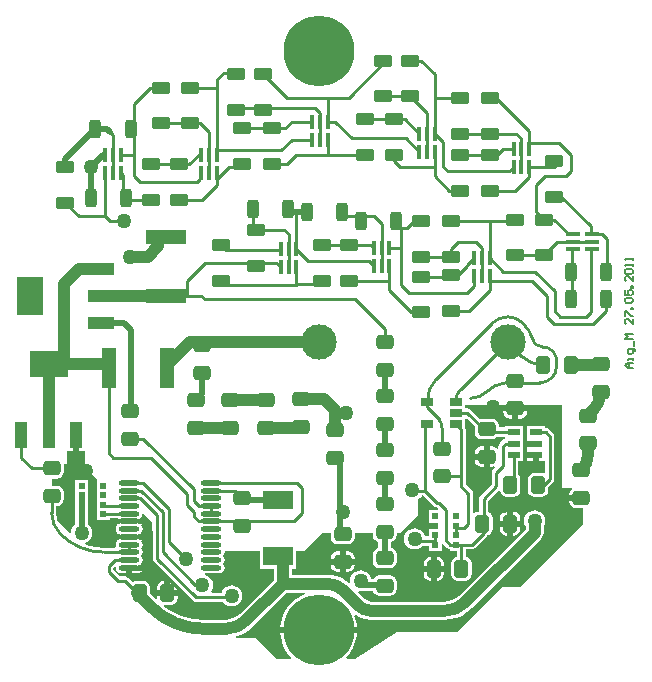
<source format=gtl>
%FSLAX25Y25*%
%MOIN*%
G70*
G01*
G75*
G04 Layer_Physical_Order=1*
G04 Layer_Color=255*
%ADD10C,0.01000*%
%ADD11C,0.04000*%
%ADD12C,0.02000*%
%ADD13R,0.08661X0.03937*%
%ADD14R,0.08661X0.12992*%
G04:AMPARAMS|DCode=15|XSize=62.99mil|YSize=39.37mil|CornerRadius=9.84mil|HoleSize=0mil|Usage=FLASHONLY|Rotation=0.000|XOffset=0mil|YOffset=0mil|HoleType=Round|Shape=RoundedRectangle|*
%AMROUNDEDRECTD15*
21,1,0.06299,0.01969,0,0,0.0*
21,1,0.04331,0.03937,0,0,0.0*
1,1,0.01969,0.02165,-0.00984*
1,1,0.01969,-0.02165,-0.00984*
1,1,0.01969,-0.02165,0.00984*
1,1,0.01969,0.02165,0.00984*
%
%ADD15ROUNDEDRECTD15*%
G04:AMPARAMS|DCode=16|XSize=62.99mil|YSize=39.37mil|CornerRadius=9.84mil|HoleSize=0mil|Usage=FLASHONLY|Rotation=90.000|XOffset=0mil|YOffset=0mil|HoleType=Round|Shape=RoundedRectangle|*
%AMROUNDEDRECTD16*
21,1,0.06299,0.01969,0,0,90.0*
21,1,0.04331,0.03937,0,0,90.0*
1,1,0.01969,0.00984,0.02165*
1,1,0.01969,0.00984,-0.02165*
1,1,0.01969,-0.00984,-0.02165*
1,1,0.01969,-0.00984,0.02165*
%
%ADD16ROUNDEDRECTD16*%
%ADD17R,0.01378X0.04921*%
G04:AMPARAMS|DCode=18|XSize=47.24mil|YSize=59.06mil|CornerRadius=11.81mil|HoleSize=0mil|Usage=FLASHONLY|Rotation=0.000|XOffset=0mil|YOffset=0mil|HoleType=Round|Shape=RoundedRectangle|*
%AMROUNDEDRECTD18*
21,1,0.04724,0.03543,0,0,0.0*
21,1,0.02362,0.05906,0,0,0.0*
1,1,0.02362,0.01181,-0.01772*
1,1,0.02362,-0.01181,-0.01772*
1,1,0.02362,-0.01181,0.01772*
1,1,0.02362,0.01181,0.01772*
%
%ADD18ROUNDEDRECTD18*%
G04:AMPARAMS|DCode=19|XSize=47.24mil|YSize=59.06mil|CornerRadius=11.81mil|HoleSize=0mil|Usage=FLASHONLY|Rotation=270.000|XOffset=0mil|YOffset=0mil|HoleType=Round|Shape=RoundedRectangle|*
%AMROUNDEDRECTD19*
21,1,0.04724,0.03543,0,0,270.0*
21,1,0.02362,0.05906,0,0,270.0*
1,1,0.02362,-0.01772,-0.01181*
1,1,0.02362,-0.01772,0.01181*
1,1,0.02362,0.01772,0.01181*
1,1,0.02362,0.01772,-0.01181*
%
%ADD19ROUNDEDRECTD19*%
%ADD20O,0.06890X0.01772*%
%ADD21R,0.02362X0.01969*%
%ADD22R,0.04921X0.01378*%
%ADD23R,0.13780X0.04724*%
%ADD24R,0.04331X0.02559*%
%ADD25R,0.03937X0.08661*%
%ADD26R,0.12992X0.08661*%
%ADD27R,0.10236X0.06102*%
%ADD28R,0.04724X0.13780*%
%ADD29R,0.03937X0.01969*%
%ADD30C,0.11811*%
%ADD31C,0.00800*%
%ADD32C,0.23622*%
%ADD33C,0.05000*%
G36*
X336004Y186439D02*
Y184425D01*
X336174Y183574D01*
X336656Y182853D01*
X337377Y182371D01*
X338228Y182201D01*
X341772D01*
X342623Y182371D01*
X343344Y182853D01*
X343505Y183093D01*
X346100D01*
Y182474D01*
Y182204D01*
X345733Y182131D01*
X345237Y181799D01*
X344319Y180881D01*
X343987Y180385D01*
X343871Y179800D01*
Y179221D01*
X343392Y179076D01*
X343344Y179147D01*
X342623Y179629D01*
X341772Y179799D01*
X341000D01*
Y176394D01*
Y172989D01*
X341772D01*
X342493Y173132D01*
X342728Y172691D01*
X342219Y172181D01*
X341887Y171685D01*
X341771Y171100D01*
Y167234D01*
X337919Y163381D01*
X337587Y162885D01*
X337471Y162300D01*
Y158096D01*
X337413D01*
X336562Y157926D01*
X335870Y157464D01*
X335429Y157700D01*
Y164100D01*
X335313Y164685D01*
X334981Y165181D01*
X333029Y167133D01*
Y169600D01*
X333029Y169600D01*
X333029Y169600D01*
Y169600D01*
Y185484D01*
X332913Y186070D01*
X332890Y186104D01*
Y188721D01*
Y188900D01*
X333352Y189092D01*
X336004Y186439D01*
D02*
G37*
G36*
X204055Y178358D02*
X206000D01*
Y173000D01*
X210000Y169000D01*
Y169000D01*
D01*
Y168740D01*
X209968Y168709D01*
X209968D01*
Y164740D01*
Y161591D01*
Y158441D01*
Y155291D01*
X214331D01*
Y155809D01*
X216148D01*
X216172Y155780D01*
X217198D01*
X217524Y155562D01*
X218260Y155416D01*
X223378D01*
X224114Y155562D01*
X224439Y155780D01*
X224978D01*
X224791Y156059D01*
X225154Y156603D01*
X225257Y157119D01*
X225736Y157264D01*
X228571Y154429D01*
Y142400D01*
X228571Y142400D01*
X228571D01*
X228687Y141815D01*
X229019Y141319D01*
X234880Y135457D01*
X234688Y134995D01*
X234606D01*
Y132000D01*
X237011D01*
Y132673D01*
X237473Y132864D01*
X241919Y128419D01*
X242415Y128087D01*
X242512Y128068D01*
X243000Y127971D01*
X252146D01*
X252504Y127504D01*
X253235Y126943D01*
X254086Y126590D01*
X255000Y126470D01*
X255914Y126590D01*
X256765Y126943D01*
X257496Y127504D01*
X258057Y128235D01*
X258410Y129086D01*
X258530Y130000D01*
X258410Y130914D01*
X258057Y131765D01*
X257496Y132496D01*
X256765Y133057D01*
X255914Y133410D01*
X255000Y133530D01*
X254086Y133410D01*
X253235Y133057D01*
X252504Y132496D01*
X251943Y131765D01*
X251638Y131029D01*
X248304D01*
X248083Y131478D01*
X248357Y131835D01*
X248710Y132686D01*
X248830Y133600D01*
X248710Y134514D01*
X248357Y135365D01*
X247796Y136096D01*
X247065Y136657D01*
X246214Y137010D01*
X246279Y137502D01*
X250740D01*
X251476Y137649D01*
X252100Y138066D01*
X252517Y138689D01*
X252663Y139425D01*
X252517Y140161D01*
X252153Y140705D01*
X252517Y141248D01*
X252663Y141984D01*
X252517Y142720D01*
X252153Y143264D01*
X252517Y143807D01*
X252663Y144543D01*
X252649Y144614D01*
X252966Y145000D01*
X264382D01*
Y139098D01*
X268974D01*
Y135253D01*
X257689Y123968D01*
X257689Y123968D01*
X257689Y123968D01*
X257668Y123941D01*
X256688Y123137D01*
X255541Y122523D01*
X254295Y122146D01*
X253034Y122021D01*
X253000Y122026D01*
X245845D01*
X245845Y122026D01*
Y122026D01*
X245726Y122010D01*
X242944Y122193D01*
X240277Y122723D01*
X240000Y123000D01*
X239384D01*
X237338Y123695D01*
X234730Y124981D01*
X232628Y126385D01*
X232563Y126881D01*
X232671Y127005D01*
X234787D01*
X235638Y127174D01*
X236360Y127656D01*
X236842Y128377D01*
X237011Y129228D01*
Y130000D01*
X230201D01*
Y129228D01*
X230221Y129128D01*
X229780Y128893D01*
X227799Y130874D01*
Y132772D01*
X227629Y133623D01*
X227147Y134344D01*
X226426Y134826D01*
X225575Y134995D01*
X223213D01*
X222362Y134826D01*
X221983Y134573D01*
X220475Y136081D01*
X219979Y136413D01*
X219394Y136529D01*
X217634D01*
X215529Y138634D01*
Y139366D01*
X215914Y139751D01*
X216355Y139515D01*
X216337Y139425D01*
X216483Y138689D01*
X216900Y138066D01*
X217524Y137649D01*
X218260Y137502D01*
X219819D01*
Y139425D01*
X220819D01*
Y140061D01*
X223378D01*
X224114Y140208D01*
X224439Y140425D01*
X224978D01*
X224791Y140705D01*
X225154Y141248D01*
X225301Y141984D01*
X225154Y142720D01*
X224791Y143264D01*
X225154Y143807D01*
X225301Y144543D01*
X225154Y145279D01*
X224791Y145823D01*
X225154Y146367D01*
X225301Y147102D01*
X225154Y147838D01*
X224791Y148382D01*
X224978Y148661D01*
X224439D01*
X224114Y148879D01*
X223378Y149025D01*
X218260D01*
X217524Y148879D01*
X217198Y148661D01*
X216660D01*
X216847Y148382D01*
X216483Y147838D01*
X216337Y147102D01*
X216465Y146459D01*
X216148Y146073D01*
X212481D01*
X212405Y146057D01*
X209992Y146216D01*
X207545Y146702D01*
X206143Y147178D01*
X206126Y147678D01*
X206765Y147943D01*
X207496Y148504D01*
X208057Y149235D01*
X208410Y150086D01*
X208530Y151000D01*
X208410Y151914D01*
X208057Y152765D01*
X207496Y153496D01*
X207039Y153847D01*
Y155291D01*
X207244D01*
Y158441D01*
Y161591D01*
Y164740D01*
Y168709D01*
X202882D01*
Y164740D01*
Y161591D01*
Y158441D01*
Y155291D01*
X202961D01*
Y153847D01*
X202504Y153496D01*
X201943Y152765D01*
X201590Y151914D01*
X201489Y151145D01*
X201015Y150985D01*
X196959Y155041D01*
X196672Y155986D01*
X196516Y157574D01*
X196529Y157642D01*
Y159889D01*
X196772D01*
X197623Y160058D01*
X198344Y160540D01*
X198826Y161262D01*
X198995Y162113D01*
Y164475D01*
X198826Y165326D01*
X198344Y166047D01*
X197623Y166529D01*
X196772Y166699D01*
X195000D01*
Y169101D01*
X196772D01*
X197623Y169271D01*
X198344Y169753D01*
X198826Y170474D01*
X198995Y171325D01*
Y173687D01*
X199252Y174000D01*
X200000D01*
Y178358D01*
X200087D01*
Y178358D01*
X202055D01*
Y183689D01*
X204055D01*
Y178358D01*
D02*
G37*
G36*
X365000Y166000D02*
X368372D01*
X368517Y165522D01*
X368256Y165347D01*
X367774Y164626D01*
X367604Y163775D01*
Y163594D01*
X371600D01*
Y161594D01*
X367604D01*
Y161413D01*
X367774Y160562D01*
X368256Y159840D01*
X368977Y159358D01*
X369828Y159189D01*
X372000D01*
Y154000D01*
X351000Y133000D01*
X345000D01*
X330000Y118000D01*
X310000D01*
X296000Y109000D01*
X293331D01*
X293122Y109454D01*
X294396Y110947D01*
X295450Y112666D01*
X296222Y114529D01*
X296692Y116490D01*
X296772Y117500D01*
X271228D01*
X271308Y116490D01*
X271778Y114529D01*
X272550Y112666D01*
X273604Y110947D01*
X274878Y109454D01*
X274669Y109000D01*
X270000D01*
X263000Y116000D01*
X256625D01*
X256566Y116497D01*
X256923Y116582D01*
X258764Y117345D01*
X260462Y118386D01*
X261977Y119679D01*
X261968Y119689D01*
X261968Y119689D01*
X273253Y130974D01*
X279357D01*
X279454Y130484D01*
X278166Y129950D01*
X276447Y128896D01*
X274913Y127587D01*
X273604Y126053D01*
X272550Y124334D01*
X271778Y122471D01*
X271308Y120510D01*
X271228Y119500D01*
X296772D01*
X296692Y120510D01*
X296222Y122471D01*
X295851Y123365D01*
X296253Y123663D01*
X296425Y123522D01*
X298032Y122663D01*
X299776Y122134D01*
X301590Y121955D01*
Y121974D01*
X325858D01*
Y121960D01*
X327898Y122120D01*
X329888Y122598D01*
X331778Y123381D01*
X333523Y124450D01*
X335079Y125779D01*
X335069Y125789D01*
X358140Y148860D01*
X358621Y149487D01*
X358923Y150217D01*
X359026Y151000D01*
Y153194D01*
X359057Y153235D01*
X359410Y154086D01*
X359530Y155000D01*
X359410Y155914D01*
X359057Y156765D01*
X358496Y157496D01*
X357765Y158057D01*
X356914Y158410D01*
X356000Y158530D01*
X355086Y158410D01*
X354235Y158057D01*
X353504Y157496D01*
X352943Y156765D01*
X352590Y155914D01*
X352470Y155000D01*
X352590Y154086D01*
X352943Y153235D01*
X352974Y153194D01*
Y152253D01*
X330789Y130069D01*
X330764Y130035D01*
X329738Y129193D01*
X328530Y128548D01*
X327220Y128151D01*
X325899Y128020D01*
X325858Y128026D01*
X301590D01*
X301576Y128024D01*
X300754Y128132D01*
X299975Y128455D01*
X299317Y128960D01*
X299308Y128971D01*
X297179Y131100D01*
X297400Y131549D01*
X298000Y131470D01*
X298914Y131590D01*
X299053Y131648D01*
X299378Y131583D01*
X299378Y131583D01*
X302130D01*
X302174Y131362D01*
X302656Y130640D01*
X303377Y130158D01*
X304228Y129989D01*
X307772D01*
X308623Y130158D01*
X309344Y130640D01*
X309826Y131362D01*
X309996Y132213D01*
Y134575D01*
X309826Y135426D01*
X309344Y136147D01*
X308623Y136629D01*
X307772Y136799D01*
X304228D01*
X303377Y136629D01*
X302656Y136147D01*
X302331Y135661D01*
X301443D01*
X301410Y135914D01*
X301057Y136765D01*
X300496Y137496D01*
X299765Y138057D01*
X298914Y138410D01*
X298000Y138530D01*
X297086Y138410D01*
X296235Y138057D01*
X295504Y137496D01*
X294943Y136765D01*
X294590Y135914D01*
X294470Y135000D01*
X294551Y134386D01*
X294111Y134148D01*
X293068Y135039D01*
X291671Y135895D01*
X290158Y136521D01*
X288565Y136904D01*
X286933Y137032D01*
Y137026D01*
X275026D01*
Y139098D01*
X276618D01*
Y145000D01*
X279000D01*
X285000Y151000D01*
X288004D01*
Y149425D01*
X288174Y148574D01*
X288656Y147853D01*
X289377Y147371D01*
X290228Y147201D01*
X293772D01*
X294623Y147371D01*
X295344Y147853D01*
X295826Y148574D01*
X295995Y149425D01*
Y151000D01*
X302005D01*
Y150213D01*
X302174Y149362D01*
X302656Y148640D01*
X303377Y148158D01*
X303961Y148042D01*
Y145958D01*
X303377Y145842D01*
X302656Y145360D01*
X302174Y144638D01*
X302005Y143787D01*
Y141425D01*
X302174Y140574D01*
X302656Y139853D01*
X303377Y139371D01*
X304228Y139201D01*
X307772D01*
X308623Y139371D01*
X309344Y139853D01*
X309826Y140574D01*
X309996Y141425D01*
Y143787D01*
X309826Y144638D01*
X309344Y145360D01*
X308623Y145842D01*
X308039Y145958D01*
Y148042D01*
X308623Y148158D01*
X309344Y148640D01*
X309826Y149362D01*
X309996Y150213D01*
Y151000D01*
X311000D01*
X317000Y157000D01*
Y162116D01*
X317065Y162143D01*
X317796Y162704D01*
X318357Y163435D01*
X318372Y163471D01*
X318866D01*
X322419Y159919D01*
X322915Y159587D01*
X323012Y159568D01*
X323333Y159504D01*
X323867Y158971D01*
X323675Y158509D01*
X320669D01*
Y154540D01*
Y154375D01*
X322850D01*
Y152375D01*
X320669D01*
Y151391D01*
Y149805D01*
X319424D01*
X319410Y149914D01*
X319057Y150765D01*
X318496Y151496D01*
X317765Y152057D01*
X316914Y152410D01*
X316000Y152530D01*
X315086Y152410D01*
X314235Y152057D01*
X313504Y151496D01*
X312943Y150765D01*
X312590Y149914D01*
X312470Y149000D01*
X312590Y148086D01*
X312943Y147235D01*
X313504Y146504D01*
X314235Y145943D01*
X315086Y145590D01*
X316000Y145470D01*
X316914Y145590D01*
X317765Y145943D01*
X318496Y146504D01*
X318682Y146746D01*
X320669D01*
Y145091D01*
X325031D01*
Y147152D01*
X325493Y147344D01*
X326843Y145994D01*
X327339Y145663D01*
X327756Y145580D01*
Y145091D01*
X330077D01*
Y142926D01*
X329574Y142826D01*
X328853Y142344D01*
X328371Y141623D01*
X328201Y140772D01*
Y137228D01*
X328371Y136377D01*
X328853Y135656D01*
X329574Y135174D01*
X330425Y135004D01*
X332787D01*
X333638Y135174D01*
X334360Y135656D01*
X334842Y136377D01*
X335011Y137228D01*
Y140772D01*
X334842Y141623D01*
X334360Y142344D01*
X333638Y142826D01*
X333136Y142926D01*
Y145546D01*
X334976D01*
X335561Y145663D01*
X336057Y145994D01*
X340081Y150019D01*
X340195Y150188D01*
X340626Y150274D01*
X341347Y150756D01*
X341829Y151477D01*
X341999Y152328D01*
Y155872D01*
X341829Y156723D01*
X341347Y157444D01*
X340626Y157926D01*
X340529Y157945D01*
Y161667D01*
X344048Y165185D01*
X344526Y165040D01*
X344658Y164377D01*
X345140Y163656D01*
X345862Y163174D01*
X346713Y163005D01*
X349075D01*
X349926Y163174D01*
X350647Y163656D01*
X351129Y164377D01*
X351299Y165228D01*
Y168772D01*
X351129Y169623D01*
X350647Y170344D01*
X350598Y170377D01*
Y174994D01*
X352037D01*
Y178734D01*
Y182474D01*
Y186442D01*
X346100D01*
Y186151D01*
X343995D01*
Y186787D01*
X343826Y187638D01*
X343344Y188360D01*
X342623Y188842D01*
X341772Y189011D01*
X338228D01*
X337836Y188933D01*
X334688Y192081D01*
X334192Y192413D01*
X333606Y192529D01*
X332890D01*
Y193600D01*
X345604D01*
Y193494D01*
X353595D01*
Y193600D01*
X365000D01*
Y166000D01*
D02*
G37*
%LPC*%
G36*
X321394Y142996D02*
X321213D01*
X320362Y142826D01*
X319640Y142344D01*
X319158Y141623D01*
X318989Y140772D01*
Y140000D01*
X321394D01*
Y142996D01*
D02*
G37*
G36*
X295995Y140394D02*
X293000D01*
Y137989D01*
X293772D01*
X294623Y138158D01*
X295344Y138640D01*
X295826Y139362D01*
X295995Y140213D01*
Y140394D01*
D02*
G37*
G36*
X291000Y144799D02*
X290228D01*
X289377Y144629D01*
X288656Y144147D01*
X288174Y143426D01*
X288004Y142575D01*
Y142394D01*
X291000D01*
Y144799D01*
D02*
G37*
G36*
X293772D02*
X293000D01*
Y142394D01*
X295995D01*
Y142575D01*
X295826Y143426D01*
X295344Y144147D01*
X294623Y144629D01*
X293772Y144799D01*
D02*
G37*
G36*
X323575Y142996D02*
X323394D01*
Y140000D01*
X325799D01*
Y140772D01*
X325629Y141623D01*
X325147Y142344D01*
X324426Y142826D01*
X323575Y142996D01*
D02*
G37*
G36*
X321394Y138000D02*
X318989D01*
Y137228D01*
X319158Y136377D01*
X319640Y135656D01*
X320362Y135174D01*
X321213Y135004D01*
X321394D01*
Y138000D01*
D02*
G37*
G36*
X232606Y134995D02*
X232425D01*
X231574Y134826D01*
X230853Y134344D01*
X230371Y133623D01*
X230201Y132772D01*
Y132000D01*
X232606D01*
Y134995D01*
D02*
G37*
G36*
X325799Y138000D02*
X323394D01*
Y135004D01*
X323575D01*
X324426Y135174D01*
X325147Y135656D01*
X325629Y136377D01*
X325799Y137228D01*
Y138000D01*
D02*
G37*
G36*
X291000Y140394D02*
X288004D01*
Y140213D01*
X288174Y139362D01*
X288656Y138640D01*
X289377Y138158D01*
X290228Y137989D01*
X291000D01*
Y140394D01*
D02*
G37*
G36*
X224978Y138425D02*
X221819D01*
Y137502D01*
X223378D01*
X224114Y137649D01*
X224738Y138066D01*
X224978Y138425D01*
D02*
G37*
G36*
X355549Y175978D02*
X353581D01*
Y174994D01*
X355549D01*
Y175978D01*
D02*
G37*
G36*
X339000Y175394D02*
X336004D01*
Y175213D01*
X336174Y174362D01*
X336656Y173640D01*
X337377Y173158D01*
X338228Y172989D01*
X339000D01*
Y175394D01*
D02*
G37*
G36*
Y179799D02*
X338228D01*
X337377Y179629D01*
X336656Y179147D01*
X336174Y178426D01*
X336004Y177575D01*
Y177394D01*
X339000D01*
Y179799D01*
D02*
G37*
G36*
X353595Y191494D02*
X350600D01*
Y189089D01*
X351372D01*
X352223Y189258D01*
X352944Y189740D01*
X353426Y190462D01*
X353595Y191313D01*
Y191494D01*
D02*
G37*
G36*
X348600D02*
X345604D01*
Y191313D01*
X345774Y190462D01*
X346256Y189740D01*
X346977Y189258D01*
X347828Y189089D01*
X348600D01*
Y191494D01*
D02*
G37*
G36*
X359518Y186443D02*
X353581D01*
Y182474D01*
Y181718D01*
X356549D01*
Y179718D01*
X353581D01*
Y178734D01*
Y177978D01*
X356549D01*
Y176978D01*
X357549D01*
Y174994D01*
X359471D01*
Y171154D01*
X359084Y170837D01*
X358287Y170995D01*
X355925D01*
X355074Y170826D01*
X354353Y170344D01*
X353871Y169623D01*
X353701Y168772D01*
Y165228D01*
X353871Y164377D01*
X354353Y163656D01*
X355074Y163174D01*
X355925Y163005D01*
X358287D01*
X359138Y163174D01*
X359860Y163656D01*
X360342Y164377D01*
X360511Y165228D01*
Y166348D01*
X362081Y167919D01*
X362413Y168415D01*
X362529Y169000D01*
Y183100D01*
X362413Y183685D01*
X362081Y184181D01*
X360723Y185540D01*
X360227Y185872D01*
X359641Y185988D01*
X359518D01*
Y186443D01*
D02*
G37*
G36*
X351211Y153100D02*
X348806D01*
Y150104D01*
X348987D01*
X349838Y150274D01*
X350560Y150756D01*
X351042Y151477D01*
X351211Y152328D01*
Y153100D01*
D02*
G37*
G36*
X346806D02*
X344401D01*
Y152328D01*
X344571Y151477D01*
X345053Y150756D01*
X345774Y150274D01*
X346625Y150104D01*
X346806D01*
Y153100D01*
D02*
G37*
G36*
X223378Y154143D02*
X218260D01*
X217524Y153997D01*
X217198Y153779D01*
X216660D01*
X216847Y153500D01*
X216483Y152956D01*
X216337Y152220D01*
X216483Y151485D01*
X216847Y150941D01*
X216660Y150661D01*
X217198D01*
X217524Y150444D01*
X218260Y150297D01*
X223378D01*
X224114Y150444D01*
X224439Y150661D01*
X224978D01*
X224791Y150941D01*
X225154Y151485D01*
X225301Y152220D01*
X225154Y152956D01*
X224791Y153500D01*
X224978Y153779D01*
X224439D01*
X224114Y153997D01*
X223378Y154143D01*
D02*
G37*
G36*
X348987Y158096D02*
X348806D01*
Y155100D01*
X351211D01*
Y155872D01*
X351042Y156723D01*
X350560Y157444D01*
X349838Y157926D01*
X348987Y158096D01*
D02*
G37*
G36*
X346806D02*
X346625D01*
X345774Y157926D01*
X345053Y157444D01*
X344571Y156723D01*
X344401Y155872D01*
Y155100D01*
X346806D01*
Y158096D01*
D02*
G37*
%LPD*%
D10*
X331500Y169600D02*
G03*
X331032Y169794I-468J-468D01*
G01*
X325300Y184972D02*
G03*
X323200Y190041I-7170J0D01*
G01*
X362378Y211322D02*
G03*
X358327Y213000I-4051J-4051D01*
G01*
X356062Y213938D02*
G03*
X358327Y213000I2265J2265D01*
G01*
X363200Y209338D02*
G03*
X362378Y211322I-2806J0D01*
G01*
X355509Y215272D02*
G03*
X352121Y220879I-13059J-4064D01*
G01*
X352121Y220879D02*
G03*
X347000Y223000I-5121J-5121D01*
G01*
X355509Y215272D02*
G03*
X356062Y213938I1886J0D01*
G01*
X357696Y201000D02*
G03*
X361800Y202700I0J5804D01*
G01*
X347142Y201000D02*
G03*
X346019Y200937I0J-10000D01*
G01*
X347000Y223000D02*
G03*
X341879Y220879I0J-7243D01*
G01*
X346019Y200937D02*
G03*
X340071Y198071I1124J-9937D01*
G01*
X334830Y195900D02*
G03*
X340071Y198071I0J7412D01*
G01*
X323204Y202204D02*
G03*
X320276Y195133I7071J-7071D01*
G01*
X361800Y202700D02*
G03*
X363200Y206080I-3380J3380D01*
G01*
X351563Y209929D02*
G03*
X358634Y207000I7071J7071D01*
G01*
X331487Y198995D02*
G03*
X329724Y194740I4254J-4254D01*
G01*
X310405Y252594D02*
G03*
X310500Y252500I94J0D01*
G01*
X197929Y150571D02*
G03*
X212481Y144543I14552J14552D01*
G01*
X195000Y157642D02*
G03*
X197929Y150571I10000J0D01*
G01*
X228000Y141672D02*
X244672Y125000D01*
X339000Y151100D02*
Y162300D01*
X343300Y171100D02*
X345400Y173200D01*
X343300Y166600D02*
Y171100D01*
X339000Y162300D02*
X343300Y166600D01*
X345400Y179800D02*
X346318Y180718D01*
X345400Y173200D02*
Y179800D01*
X349068Y168175D02*
Y176978D01*
X347894Y167000D02*
X349068Y168175D01*
X331500Y169600D02*
Y185484D01*
Y166500D02*
Y169600D01*
X325300Y169794D02*
X331032D01*
X319500Y165000D02*
X323500Y161000D01*
X324000D01*
X315500Y165000D02*
X319500D01*
Y186484D01*
X320276Y187260D01*
Y192966D02*
X323200Y190041D01*
X324000Y189242D01*
X325300Y179006D02*
Y184972D01*
X329937Y152575D02*
X332575D01*
X331500Y166500D02*
X333900Y164100D01*
Y153900D02*
Y164100D01*
X332575Y152575D02*
X333900Y153900D01*
X329724Y187260D02*
X331500Y185484D01*
X363200Y206080D02*
Y209338D01*
X347142Y201000D02*
X357696D01*
X323204Y202204D02*
X341879Y220879D01*
X334400Y195900D02*
X334830D01*
X320276Y194740D02*
Y195133D01*
X315300Y165200D02*
X315500Y165000D01*
X333606Y191000D02*
X340000Y184606D01*
X341000Y235000D02*
X355000D01*
X368567Y228000D02*
Y245441D01*
X346992Y214500D02*
X351563Y209929D01*
X331487Y198995D02*
X346992Y214500D01*
X326500Y148500D02*
X327924Y147076D01*
X329937D01*
X334976D01*
X339000Y151100D01*
X346318Y180718D02*
X349068D01*
X349069Y180718D01*
X356549Y184459D02*
X359641D01*
X361000Y183100D01*
Y169000D02*
Y183100D01*
X246000Y241000D02*
X269890D01*
X240000Y230000D02*
Y235000D01*
X248181Y154780D02*
X275780D01*
X218847Y261000D02*
Y270161D01*
X244441Y268941D02*
Y270949D01*
X222500Y277000D02*
Y294000D01*
X252406Y304405D02*
X256500D01*
X250118Y276500D02*
Y278500D01*
X256500Y292595D02*
X282906D01*
X299000Y277095D02*
X299500Y277594D01*
X293595Y235000D02*
X307559D01*
X310500Y252500D02*
X311500D01*
X291406Y256500D02*
X302500D01*
X362492Y272898D02*
X363500Y273905D01*
X354118Y281000D02*
X364000D01*
X374669Y224669D02*
Y245441D01*
Y250559D02*
Y253331D01*
X380000Y236000D02*
Y249000D01*
X329937Y150225D02*
Y152575D01*
X322850Y147076D02*
Y148000D01*
X212481Y144543D02*
X220819D01*
X188394Y172606D02*
X195000D01*
X318000Y236405D02*
X329906D01*
X314405Y296595D02*
X320169Y290831D01*
X250000Y269000D02*
X254000Y273000D01*
X256091Y165016D02*
X258500Y162606D01*
X248181Y165016D02*
X256091D01*
X375600Y220600D02*
X379906Y224905D01*
X362400Y220600D02*
X375600D01*
X360000Y223000D02*
X362400Y220600D01*
X362700Y224900D02*
Y231600D01*
X356300Y238000D02*
X362700Y231600D01*
X345602Y238000D02*
X356300D01*
X362700Y224900D02*
X364600Y223000D01*
X373000D01*
X195000Y163294D02*
Y163394D01*
Y157642D02*
Y163294D01*
X220819Y144543D02*
Y147102D01*
X225625Y167575D02*
X234200Y159000D01*
Y148000D02*
Y159000D01*
Y148000D02*
X239900Y142300D01*
X224884Y165016D02*
X232100Y157800D01*
Y144443D02*
Y157800D01*
Y144443D02*
X242943Y133600D01*
X224543Y162457D02*
X230100Y156900D01*
Y142400D02*
Y156900D01*
Y142400D02*
X243000Y129500D01*
X220819Y162457D02*
X224543D01*
X242943Y133600D02*
X245300D01*
X379906Y224905D02*
Y229000D01*
X364906Y263094D02*
X374669Y253331D01*
X362500Y263094D02*
X364906D01*
X212150Y160425D02*
X212677Y159898D01*
X220819D01*
X212150Y157276D02*
X212213Y157339D01*
X220819D01*
X240000Y235000D02*
X246000Y241000D01*
X230500Y230000D02*
X232000D01*
X220819Y139425D02*
X224181D01*
X215984Y141984D02*
X220819D01*
X214000Y140000D02*
X215984Y141984D01*
X214000Y138000D02*
Y140000D01*
Y138000D02*
X217000Y135000D01*
X219394D01*
X223394Y131000D01*
X311449Y246051D02*
X311500Y246000D01*
X307559Y246051D02*
X311449D01*
X311500Y246000D02*
Y252500D01*
Y233500D02*
Y246000D01*
X305000Y239949D02*
Y246051D01*
X280610Y241500D02*
X300890D01*
X302441Y239949D01*
X305000Y246051D02*
Y254000D01*
X302500Y256500D02*
X305000Y254000D01*
X294000Y246905D02*
X301587D01*
X285000D02*
X294000D01*
X301587D02*
X302441Y246051D01*
X277000Y234095D02*
X284500D01*
X331606Y139000D02*
Y146363D01*
X322575Y148276D02*
X322850Y148000D01*
X316724Y148276D02*
X322575D01*
X322850Y148000D02*
Y149425D01*
X228000Y141672D02*
Y149500D01*
X243000Y129500D02*
X254500D01*
X255000Y130000D01*
X316000Y149000D02*
X316724Y148276D01*
X306000Y214606D02*
Y219000D01*
Y213606D02*
Y214606D01*
X296220Y228780D02*
X306000Y219000D01*
X251500Y246905D02*
X253095Y245311D01*
X271201D01*
X271441Y245551D01*
X184945Y176055D02*
Y183689D01*
Y176055D02*
X188394Y172606D01*
X214000Y177500D02*
Y206000D01*
X205063Y160425D02*
Y163575D01*
Y157276D02*
Y160425D01*
X314500Y308405D02*
X318094D01*
X314094D02*
X314500D01*
X268500Y274095D02*
X273500D01*
X267500D02*
X268500D01*
Y285906D02*
X272905D01*
X258500D02*
X268500D01*
X257500D02*
X258500D01*
X228000Y149500D02*
Y151500D01*
X227839Y149661D02*
X228000Y149500D01*
X220819Y149661D02*
X227839D01*
X224721Y154780D02*
X228000Y151500D01*
X220819Y154780D02*
X224721D01*
X214500Y284500D02*
X215500Y283500D01*
Y277051D02*
Y283500D01*
X265500Y303906D02*
X265595D01*
X338441Y236500D02*
Y242602D01*
X341000Y254906D02*
X349000D01*
X341000Y242602D02*
Y254906D01*
X328000D02*
X341000D01*
X318000Y243094D02*
X328000D01*
X333500Y240220D02*
X335882Y242602D01*
X333500Y240000D02*
Y240220D01*
X329906Y236405D02*
X333500Y240000D01*
X349000Y254906D02*
X349500Y255405D01*
Y243595D02*
X359000D01*
X359500Y270000D02*
X366500D01*
X356500Y267000D02*
X359500Y270000D01*
X356500Y257906D02*
Y267000D01*
Y257906D02*
X359000Y255405D01*
X354118Y272898D02*
X362492D01*
X322728Y284000D02*
X325500Y281228D01*
X354118Y269618D02*
Y272898D01*
X349594Y265094D02*
X354118Y269618D01*
X341000Y265094D02*
X349594D01*
X331000Y276905D02*
X341000D01*
X330500D02*
X331000D01*
Y284095D02*
X341000D01*
X330500D02*
X331000D01*
X340500Y295905D02*
X341000D01*
Y284095D02*
X349905D01*
X340500Y265094D02*
X341000D01*
Y276905D02*
X343406D01*
X295000Y282500D02*
X313008D01*
X317610Y277898D01*
X343406Y276905D02*
X345500Y279000D01*
X349000D01*
X351559D02*
Y282441D01*
Y272898D02*
Y279000D01*
X349905Y284095D02*
X351559Y282441D01*
X322728Y295500D02*
X323134Y295905D01*
X322728Y284000D02*
Y295500D01*
X323134Y295905D02*
X330500D01*
X320169Y284000D02*
Y290831D01*
Y277898D02*
Y284000D01*
X305500Y296595D02*
X314405D01*
X309000Y288906D02*
X312705D01*
X299500D02*
X309000D01*
X312705D02*
X317610Y284000D01*
X287000Y277095D02*
X299000D01*
X228000Y273905D02*
X237500D01*
X227500D02*
X228000D01*
X237500D02*
X240905D01*
X212051Y277051D02*
X212941D01*
X218059Y270949D02*
X218847Y270161D01*
X219941Y262094D02*
X228000D01*
X231500Y287595D02*
X241000D01*
X218059Y277051D02*
X222449D01*
X250118Y278500D02*
Y299406D01*
X241000D02*
X250118D01*
X282906Y292595D02*
X284500Y291000D01*
Y281949D02*
Y288051D01*
Y291000D01*
X265500Y303906D02*
X273406Y296000D01*
X281890Y288000D02*
X281941Y288051D01*
X287059Y277153D02*
Y281949D01*
X276500Y277095D02*
X287000D01*
X287059Y277153D01*
X273500Y274095D02*
X276500Y277095D01*
X275000Y281949D02*
X281941D01*
X271551Y278500D02*
X275000Y281949D01*
X250118Y278500D02*
X271551D01*
X272905Y285906D02*
X275051Y288051D01*
X281941D01*
X287059D02*
Y295441D01*
X289449Y288051D02*
X295000Y282500D01*
X287059Y288051D02*
X289449D01*
X222500Y294000D02*
X227906Y299406D01*
X231500D01*
X222449Y270051D02*
Y277051D01*
Y270051D02*
X224500Y268000D01*
X250118Y299406D02*
Y302118D01*
X252406Y304405D01*
X241000Y287595D02*
X244406D01*
X309000Y275000D02*
Y277095D01*
Y275000D02*
X311000Y273000D01*
X322728D01*
Y277898D01*
Y269772D02*
Y273000D01*
Y269772D02*
X327406Y265094D01*
X330500D01*
X347602Y271500D02*
X349000Y272898D01*
X325500Y273000D02*
Y281228D01*
Y273000D02*
X327000Y271500D01*
X347602D01*
X318094Y308405D02*
X322728Y303772D01*
Y295500D02*
Y303772D01*
X328000Y243094D02*
Y245500D01*
X330500Y248000D01*
X311500Y233500D02*
X314000Y231000D01*
X307559Y231941D02*
X314906Y224594D01*
X318000D01*
X311500Y252500D02*
X313500D01*
X315905Y254906D01*
X318000D01*
X314000Y231000D02*
X333500D01*
X335882Y233382D01*
Y236500D01*
X244406Y287595D02*
X247500Y284500D01*
Y270949D02*
Y277051D01*
Y284500D01*
X240905Y273905D02*
X244051Y277051D01*
X244941D01*
X224500Y268000D02*
X243500D01*
X244441Y268941D01*
X330500Y248000D02*
X336500D01*
X338441Y246059D01*
Y242602D02*
Y246059D01*
X276559Y245551D02*
X280610Y241500D01*
X307559Y231941D02*
Y235000D01*
X276559Y233653D02*
Y239449D01*
X274000Y245551D02*
Y250500D01*
Y239449D02*
Y245551D01*
X269890Y241000D02*
X271441Y239449D01*
X307559Y235000D02*
Y239949D01*
X329724Y191000D02*
X333606D01*
X340000Y184606D02*
X340016Y184622D01*
X349051D01*
X320276Y192966D02*
Y194740D01*
X293000Y235595D02*
X293595Y235000D01*
X276559Y233653D02*
X277000Y234095D01*
X215500Y270949D02*
Y277051D01*
X230500Y228500D02*
X232000Y230000D01*
X244672Y125000D02*
X248000D01*
X199594Y261094D02*
X204224Y256465D01*
X232000Y230000D02*
X233000D01*
X240000D01*
X204224Y256465D02*
X212941D01*
X214405Y255000D02*
X219000D01*
X212941Y256465D02*
Y270949D01*
Y256465D02*
X214405Y255000D01*
X273406Y296000D02*
X294000D01*
X305500Y307500D01*
Y308405D01*
X341000Y295905D02*
X343094D01*
X354118Y284882D01*
Y279000D02*
Y281000D01*
Y284882D01*
X366500Y270000D02*
X368000Y271500D01*
X364000Y281000D02*
X368000Y277000D01*
Y271500D02*
Y277000D01*
X334095Y225095D02*
X341000Y232000D01*
X330153Y225095D02*
X334095D01*
X262094Y252811D02*
Y259000D01*
Y252811D02*
X263000Y251905D01*
X272594D01*
X274000Y250500D01*
X237500Y262094D02*
X245094D01*
X250000Y267000D01*
Y269000D01*
X254000Y273000D02*
X256500D01*
X276559Y245551D02*
Y257441D01*
X276000Y258000D02*
X276559Y257441D01*
X341000Y232000D02*
Y235000D01*
Y236500D01*
Y242602D02*
X345602Y238000D01*
X355000Y235000D02*
X360000Y230000D01*
Y223000D02*
Y230000D01*
X373000Y223000D02*
X374669Y224669D01*
Y250559D02*
X375051D01*
X378441D01*
X363405Y248000D02*
X368949D01*
X375051D01*
X359000Y243595D02*
X363405Y248000D01*
X359000Y255405D02*
X362595D01*
X367317Y250683D01*
X378441Y250559D02*
X380000Y249000D01*
X214000Y177500D02*
X215500Y176000D01*
X228000D01*
X221500Y182394D02*
X225606D01*
X326500Y148500D02*
Y158500D01*
X324000Y161000D02*
X326500Y158500D01*
X357106Y167000D02*
X359000D01*
X361000Y169000D01*
X244102Y159898D02*
X248181D01*
Y157339D02*
Y159898D01*
Y167575D02*
X276925D01*
X278500Y166000D01*
Y157500D02*
Y166000D01*
X242500Y161500D02*
X244102Y159898D01*
X242500Y161500D02*
Y165500D01*
X225606Y182394D02*
X242500Y165500D01*
X240200Y160300D02*
X242500Y158000D01*
X240200Y160300D02*
Y163800D01*
X228000Y176000D02*
X240200Y163800D01*
X242500Y156400D02*
Y158000D01*
Y156400D02*
X244121Y154780D01*
X248181D01*
X220819Y165016D02*
X224884D01*
X220819Y167575D02*
X225625D01*
X275780Y154780D02*
X278500Y157500D01*
X251500Y235094D02*
X252941Y233653D01*
X276559D01*
X240000Y230000D02*
X244800D01*
X246021Y228780D01*
X296220D01*
D11*
X375251Y191457D02*
G03*
X378000Y198094I-6636J6636D01*
G01*
X377019Y206900D02*
G03*
X378000Y207306I0J1387D01*
G01*
X371600Y171806D02*
G03*
X373800Y177118I-5311J5311D01*
G01*
X292169Y131831D02*
G03*
X286933Y134000I-5236J-5236D01*
G01*
X325858Y125000D02*
G03*
X332929Y127929I0J10000D01*
G01*
X297169Y126831D02*
G03*
X301590Y125000I4421J4421D01*
G01*
X228003Y126390D02*
G03*
X245845Y119000I17842J17842D01*
G01*
X253000Y119000D02*
G03*
X259828Y121828I0J9657D01*
G01*
X230500Y246500D02*
Y249606D01*
X373800Y190006D02*
X375251Y191457D01*
X368006Y206900D02*
X377019D01*
X373800Y177118D02*
Y180794D01*
X272000Y134000D02*
X286933D01*
X292169Y131831D02*
X297169Y126831D01*
X259828Y121828D02*
X272000Y134000D01*
X301590Y125000D02*
X325858D01*
X223394Y131000D02*
X228003Y126390D01*
X245845Y119000D02*
X253000D01*
X289500Y185106D02*
Y192000D01*
X241019Y214500D02*
X284000D01*
X254600Y195106D02*
X266500D01*
X254500D02*
X254600D01*
X243300Y185894D02*
X254500D01*
X243000D02*
X243300D01*
X277500D02*
X278000Y186394D01*
X266500Y185894D02*
X277500D01*
X233760Y207240D02*
X241019Y214500D01*
X194000Y183689D02*
Y207311D01*
X199000Y208811D02*
X200500Y207311D01*
X212689D01*
X194000D02*
X200500D01*
X199000Y208811D02*
Y234000D01*
X204055Y239055D01*
X211311D01*
X212689Y207311D02*
X214000Y206000D01*
X211311Y230000D02*
X230500D01*
X221000Y243000D02*
X227000D01*
X230500Y246500D01*
X332929Y127929D02*
X356000Y151000D01*
Y155000D01*
X278000Y195606D02*
X285894D01*
X289500Y192000D01*
X272000Y134000D02*
Y142500D01*
D12*
X208095Y272772D02*
G03*
X208000Y273000I-323J0D01*
G01*
X205000Y151000D02*
Y163512D01*
X299378Y133622D02*
X307799D01*
X291000Y151606D02*
Y173894D01*
X289000Y175894D02*
X291000Y173894D01*
X208095Y262500D02*
Y272772D01*
X208000Y273000D02*
X212051Y277051D01*
X221500Y191606D02*
Y218500D01*
X243000Y195106D02*
X245000Y197106D01*
X258500Y162606D02*
X259256Y161850D01*
X270500D01*
X219055Y220945D02*
X221500Y218500D01*
X211311Y220945D02*
X219055D01*
X205000Y163512D02*
X205063Y163575D01*
X306000Y160606D02*
Y169394D01*
Y178606D02*
Y187394D01*
Y196606D02*
Y205394D01*
Y142606D02*
Y151394D01*
X199594Y272905D02*
Y275500D01*
X209594Y285500D01*
X213500D01*
X214500Y284500D01*
X273905Y259000D02*
X274905Y258000D01*
X276000D01*
X280095D01*
X298000Y135000D02*
X299378Y133622D01*
X291000Y151606D02*
X292000Y150606D01*
X245000Y197106D02*
Y204394D01*
D13*
X211311Y220945D02*
D03*
Y230000D02*
D03*
Y239055D02*
D03*
D14*
X187689Y230000D02*
D03*
D15*
X199594Y272905D02*
D03*
Y261094D02*
D03*
X263000Y251905D02*
D03*
Y240094D02*
D03*
X285000Y246905D02*
D03*
Y235094D02*
D03*
X331000Y265094D02*
D03*
Y276905D02*
D03*
X256500Y303906D02*
D03*
Y292094D02*
D03*
X231500Y299406D02*
D03*
Y287595D02*
D03*
X318000Y243094D02*
D03*
Y254906D02*
D03*
X328000D02*
D03*
Y243094D02*
D03*
X349500Y243595D02*
D03*
Y255405D02*
D03*
X359000D02*
D03*
Y243595D02*
D03*
X341000Y284095D02*
D03*
Y295905D02*
D03*
X331000D02*
D03*
Y284095D02*
D03*
X328000Y225095D02*
D03*
Y236906D02*
D03*
X362500Y274905D02*
D03*
Y263094D02*
D03*
X341000Y276905D02*
D03*
Y265094D02*
D03*
X305500Y308405D02*
D03*
Y296595D02*
D03*
X265500Y292094D02*
D03*
Y303906D02*
D03*
X318000Y236405D02*
D03*
Y224594D02*
D03*
X299500Y277095D02*
D03*
Y288906D02*
D03*
X268500Y285906D02*
D03*
Y274095D02*
D03*
X258500D02*
D03*
Y285906D02*
D03*
X314500Y296595D02*
D03*
Y308405D02*
D03*
X241000Y287595D02*
D03*
Y299406D02*
D03*
X294000Y235094D02*
D03*
Y246905D02*
D03*
X309000Y288906D02*
D03*
Y277095D02*
D03*
X237500Y273905D02*
D03*
Y262094D02*
D03*
X228000D02*
D03*
Y273905D02*
D03*
X251500Y235094D02*
D03*
Y246905D02*
D03*
D16*
X273905Y259000D02*
D03*
X262094D02*
D03*
X221406Y285500D02*
D03*
X209594D02*
D03*
X291905Y258000D02*
D03*
X280095D02*
D03*
X368094Y229000D02*
D03*
X379906D02*
D03*
Y238000D02*
D03*
X368094D02*
D03*
X309906Y255000D02*
D03*
X298095D02*
D03*
X208095Y262500D02*
D03*
X219905D02*
D03*
D17*
X271441Y239449D02*
D03*
X274000D02*
D03*
X276559D02*
D03*
X271441Y245551D02*
D03*
X274000D02*
D03*
X276559D02*
D03*
X349000Y272898D02*
D03*
X351559D02*
D03*
X354118D02*
D03*
X349000Y279000D02*
D03*
X351559D02*
D03*
X354118D02*
D03*
X317610Y277898D02*
D03*
X320169D02*
D03*
X322728D02*
D03*
X317610Y284000D02*
D03*
X320169D02*
D03*
X322728D02*
D03*
X307559Y246051D02*
D03*
X305000D02*
D03*
X302441D02*
D03*
X307559Y239949D02*
D03*
X305000D02*
D03*
X302441D02*
D03*
X281941Y281949D02*
D03*
X284500D02*
D03*
X287059D02*
D03*
X281941Y288051D02*
D03*
X284500D02*
D03*
X287059D02*
D03*
X341000Y242602D02*
D03*
X338441D02*
D03*
X335882D02*
D03*
X341000Y236500D02*
D03*
X338441D02*
D03*
X335882D02*
D03*
X250059Y277051D02*
D03*
X247500D02*
D03*
X244941D02*
D03*
X250059Y270949D02*
D03*
X247500D02*
D03*
X244941D02*
D03*
X218059Y277051D02*
D03*
X215500D02*
D03*
X212941D02*
D03*
X218059Y270949D02*
D03*
X215500D02*
D03*
X212941D02*
D03*
D18*
X347806Y154100D02*
D03*
X338594D02*
D03*
X233606Y131000D02*
D03*
X224394D02*
D03*
X347894Y167000D02*
D03*
X357106D02*
D03*
X322394Y139000D02*
D03*
X331606D02*
D03*
X358794Y206900D02*
D03*
X368006D02*
D03*
D19*
X340000Y176394D02*
D03*
Y185606D02*
D03*
X371600Y171806D02*
D03*
Y162594D02*
D03*
X292000Y141394D02*
D03*
Y150606D02*
D03*
X289500Y175894D02*
D03*
Y185106D02*
D03*
X306000Y142606D02*
D03*
Y133394D02*
D03*
Y160606D02*
D03*
Y151394D02*
D03*
Y178606D02*
D03*
Y169394D02*
D03*
Y196606D02*
D03*
Y187394D02*
D03*
Y214606D02*
D03*
Y205394D02*
D03*
X221000Y182394D02*
D03*
Y191606D02*
D03*
X195000Y163294D02*
D03*
Y172506D02*
D03*
X258500Y153394D02*
D03*
Y162606D02*
D03*
X325300Y169794D02*
D03*
Y179006D02*
D03*
X243300Y195106D02*
D03*
Y185894D02*
D03*
X266500Y195106D02*
D03*
Y185894D02*
D03*
X245000Y213606D02*
D03*
Y204394D02*
D03*
X278000Y186394D02*
D03*
Y195606D02*
D03*
X254600Y185894D02*
D03*
Y195106D02*
D03*
X349600Y201706D02*
D03*
Y192494D02*
D03*
X378000Y207306D02*
D03*
Y198094D02*
D03*
X373800Y190006D02*
D03*
Y180794D02*
D03*
D20*
X220819Y167575D02*
D03*
Y165016D02*
D03*
Y162457D02*
D03*
Y159898D02*
D03*
Y157339D02*
D03*
Y154780D02*
D03*
Y152220D02*
D03*
Y149661D02*
D03*
Y147102D02*
D03*
Y144543D02*
D03*
Y141984D02*
D03*
Y139425D02*
D03*
X248181Y167575D02*
D03*
Y165016D02*
D03*
Y162457D02*
D03*
Y159898D02*
D03*
Y157339D02*
D03*
Y154780D02*
D03*
Y152220D02*
D03*
Y149661D02*
D03*
Y147102D02*
D03*
Y144543D02*
D03*
Y141984D02*
D03*
Y139425D02*
D03*
D21*
X205063Y166724D02*
D03*
Y160425D02*
D03*
Y157276D02*
D03*
X212150Y166724D02*
D03*
Y160425D02*
D03*
Y157276D02*
D03*
X205063Y163575D02*
D03*
X212150D02*
D03*
X329937Y147076D02*
D03*
Y153375D02*
D03*
Y156524D02*
D03*
X322850Y147076D02*
D03*
Y153375D02*
D03*
Y156524D02*
D03*
X329937Y150225D02*
D03*
X322850D02*
D03*
D22*
X368949Y250559D02*
D03*
Y248000D02*
D03*
Y245441D02*
D03*
X375051Y250559D02*
D03*
Y248000D02*
D03*
Y245441D02*
D03*
D23*
X233000Y230000D02*
D03*
Y249606D02*
D03*
D24*
X320276Y187260D02*
D03*
Y194740D02*
D03*
X329724D02*
D03*
Y191000D02*
D03*
Y187260D02*
D03*
D25*
X184945Y183689D02*
D03*
X194000D02*
D03*
X203055D02*
D03*
D26*
X194000Y207311D02*
D03*
D27*
X270500Y161850D02*
D03*
Y143150D02*
D03*
D28*
X214000Y206000D02*
D03*
X233606D02*
D03*
D29*
X349068Y184458D02*
D03*
Y180718D02*
D03*
Y176978D02*
D03*
X356549Y176978D02*
D03*
Y180718D02*
D03*
Y184459D02*
D03*
D30*
X346992Y214500D02*
D03*
X284000D02*
D03*
D31*
X388700Y206100D02*
X387034D01*
X386201Y206933D01*
X387034Y207766D01*
X388700D01*
X387450D01*
Y206100D01*
X388700Y208599D02*
Y209432D01*
Y209016D01*
X387034D01*
Y208599D01*
X389533Y211515D02*
Y211931D01*
X389117Y212348D01*
X387034D01*
Y211098D01*
X387450Y210682D01*
X388283D01*
X388700Y211098D01*
Y212348D01*
X389117Y213181D02*
Y214847D01*
X388700Y215680D02*
X386201D01*
X387034Y216513D01*
X386201Y217346D01*
X388700D01*
Y222345D02*
Y220679D01*
X387034Y222345D01*
X386617D01*
X386201Y221928D01*
Y221095D01*
X386617Y220679D01*
X386201Y223178D02*
Y224844D01*
X386617D01*
X388283Y223178D01*
X388700D01*
Y225677D02*
X388283D01*
Y226094D01*
X388700D01*
Y225677D01*
X386617Y227760D02*
X386201Y228176D01*
Y229009D01*
X386617Y229426D01*
X388283D01*
X388700Y229009D01*
Y228176D01*
X388283Y227760D01*
X386617D01*
X386201Y231925D02*
Y230259D01*
X387450D01*
X387034Y231092D01*
Y231508D01*
X387450Y231925D01*
X388283D01*
X388700Y231508D01*
Y230675D01*
X388283Y230259D01*
X388700Y232758D02*
X388283D01*
Y233175D01*
X388700D01*
Y232758D01*
Y236507D02*
Y234841D01*
X387034Y236507D01*
X386617D01*
X386201Y236090D01*
Y235257D01*
X386617Y234841D01*
Y237340D02*
X386201Y237756D01*
Y238590D01*
X386617Y239006D01*
X388283D01*
X388700Y238590D01*
Y237756D01*
X388283Y237340D01*
X386617D01*
X388700Y239839D02*
Y240672D01*
Y240256D01*
X386201D01*
X386617Y239839D01*
X388700Y241922D02*
Y242755D01*
Y242338D01*
X386201D01*
X386617Y241922D01*
D32*
X284000Y118500D02*
D03*
Y311500D02*
D03*
D33*
X315300Y165200D02*
D03*
X245300Y133600D02*
D03*
X239900Y142300D02*
D03*
X342000Y193000D02*
D03*
X366000Y158000D02*
D03*
X205000Y151000D02*
D03*
X255000Y130000D02*
D03*
X316000Y149000D02*
D03*
X200000Y157000D02*
D03*
X208000Y273000D02*
D03*
X298000Y135000D02*
D03*
X345500Y160000D02*
D03*
X248000Y125000D02*
D03*
X221000Y243000D02*
D03*
X219000Y255000D02*
D03*
X339000Y170000D02*
D03*
X356000Y155000D02*
D03*
X293000Y191000D02*
D03*
X292000Y158000D02*
D03*
X206500Y171500D02*
D03*
M02*

</source>
